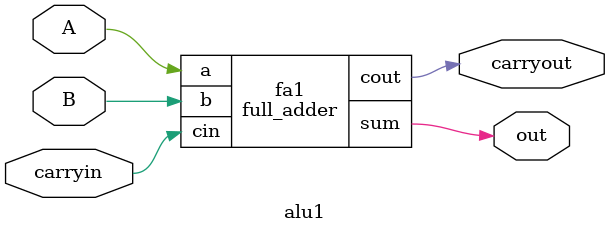
<source format=v>
module full_adder(sum, cout, a, b, cin);
    output sum, cout;
    input  a, b, cin;
    wire   partial_s, partial_c1, partial_c2;

    assign sum  = a ^ b ^ cin;
    assign cout = (a & b) | ((a ^ b) & cin);

endmodule // full_adder

// 01x - arithmetic, 1xx - logic
module alu1(out, carryout, A, B, carryin);
    output      out, carryout;
    input       A, B, carryin;

    full_adder fa1(out, carryout, A, B, carryin);

endmodule // alu1

</source>
